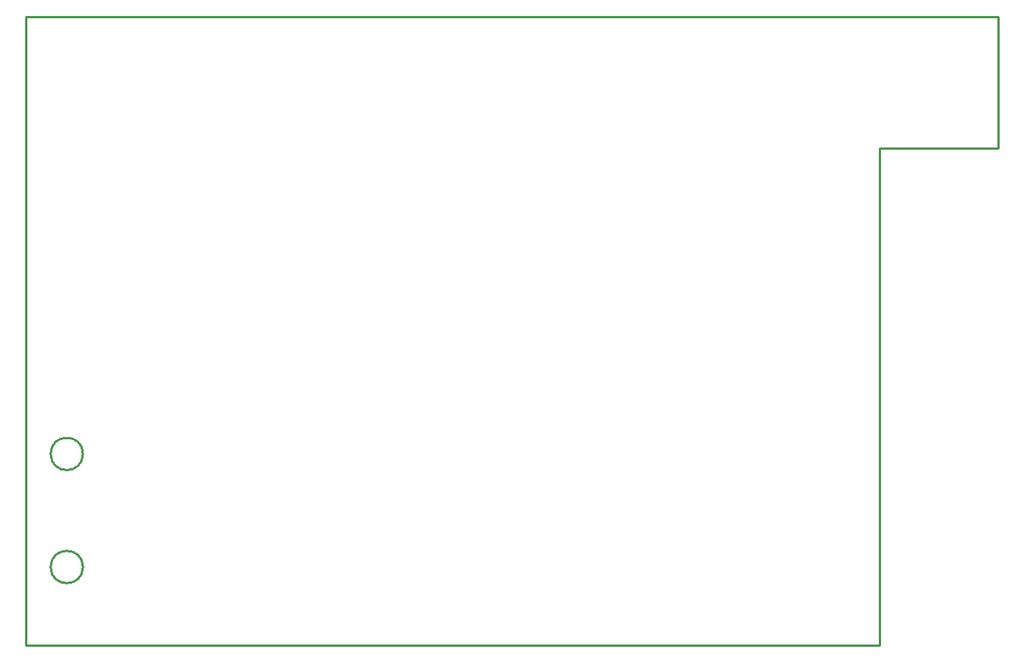
<source format=gm1>
G04 #@! TF.GenerationSoftware,KiCad,Pcbnew,(6.0.1)*
G04 #@! TF.CreationDate,2022-01-30T21:26:31+01:00*
G04 #@! TF.ProjectId,ARM_NUCLEO_HAT_1.0,41524d5f-4e55-4434-9c45-4f5f4841545f,rev?*
G04 #@! TF.SameCoordinates,Original*
G04 #@! TF.FileFunction,Profile,NP*
%FSLAX46Y46*%
G04 Gerber Fmt 4.6, Leading zero omitted, Abs format (unit mm)*
G04 Created by KiCad (PCBNEW (6.0.1)) date 2022-01-30 21:26:31*
%MOMM*%
%LPD*%
G01*
G04 APERTURE LIST*
G04 #@! TA.AperFunction,Profile*
%ADD10C,0.250000*%
G04 #@! TD*
G04 APERTURE END LIST*
D10*
X120580000Y-115000000D02*
X120580000Y-185000000D01*
X126980000Y-176300000D02*
G75*
G03*
X126980000Y-176300000I-1800000J0D01*
G01*
X215730000Y-185000000D02*
X215730000Y-129680000D01*
X126980000Y-163700000D02*
G75*
G03*
X126980000Y-163700000I-1800000J0D01*
G01*
X228920000Y-115000000D02*
X228920000Y-129680000D01*
X228920000Y-129680000D02*
X215730000Y-129680000D01*
X228920000Y-115000000D02*
X120580000Y-115000000D01*
X215730000Y-185000000D02*
X120580000Y-185000000D01*
M02*

</source>
